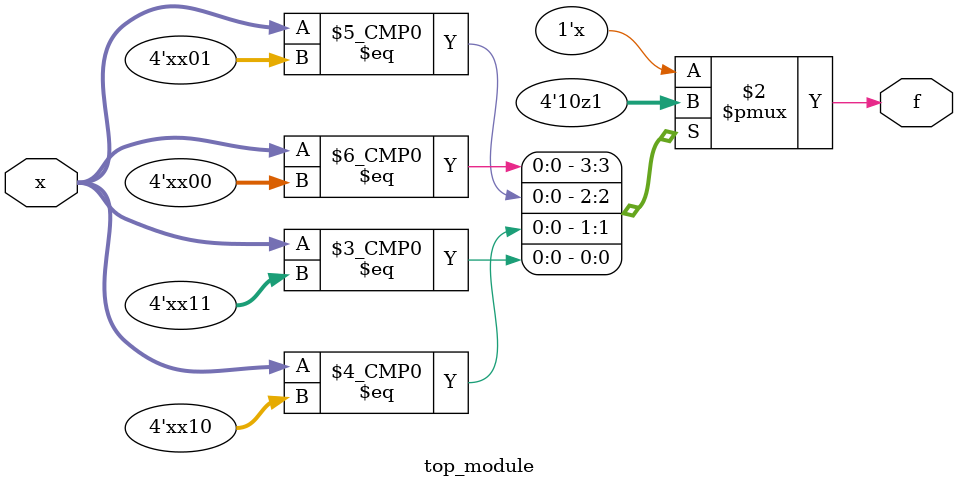
<source format=sv>
module top_module (
    input [4:1] x,
    output logic f
);
    always_comb begin
        case (x)
            4'bxx00: f = 1'b1;
            4'bxx01: f = 1'b0;
            4'bxx10: f = 1'bz;
            4'bxx11: f = 1'b1;
            4'b01xx: f = 1'b1;
            4'b10xx: f = 1'b1;
            4'b11xx: f = 1'bz;
            default: f = 1'b0;
        endcase
    end
endmodule

</source>
